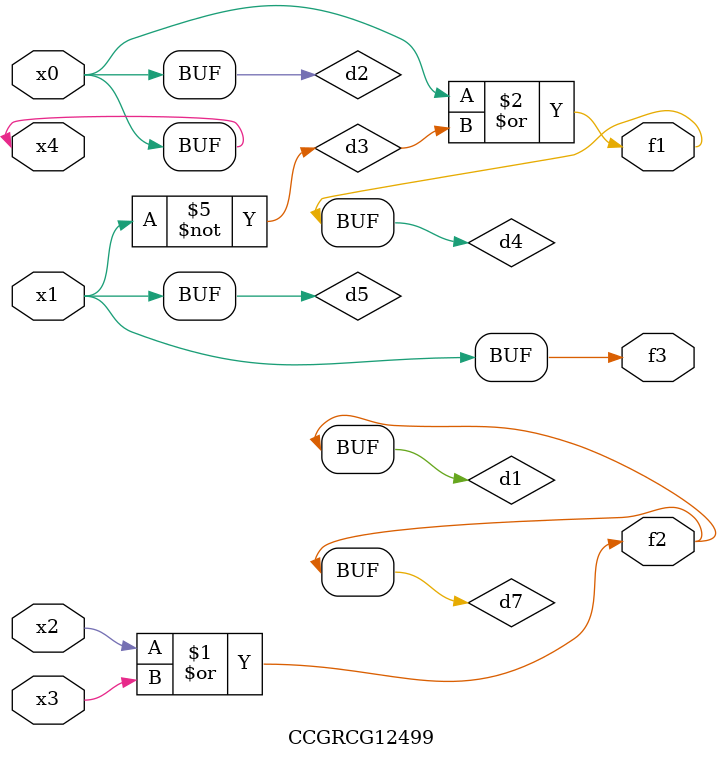
<source format=v>
module CCGRCG12499(
	input x0, x1, x2, x3, x4,
	output f1, f2, f3
);

	wire d1, d2, d3, d4, d5, d6, d7;

	or (d1, x2, x3);
	buf (d2, x0, x4);
	not (d3, x1);
	or (d4, d2, d3);
	not (d5, d3);
	nand (d6, d1, d3);
	or (d7, d1);
	assign f1 = d4;
	assign f2 = d7;
	assign f3 = d5;
endmodule

</source>
